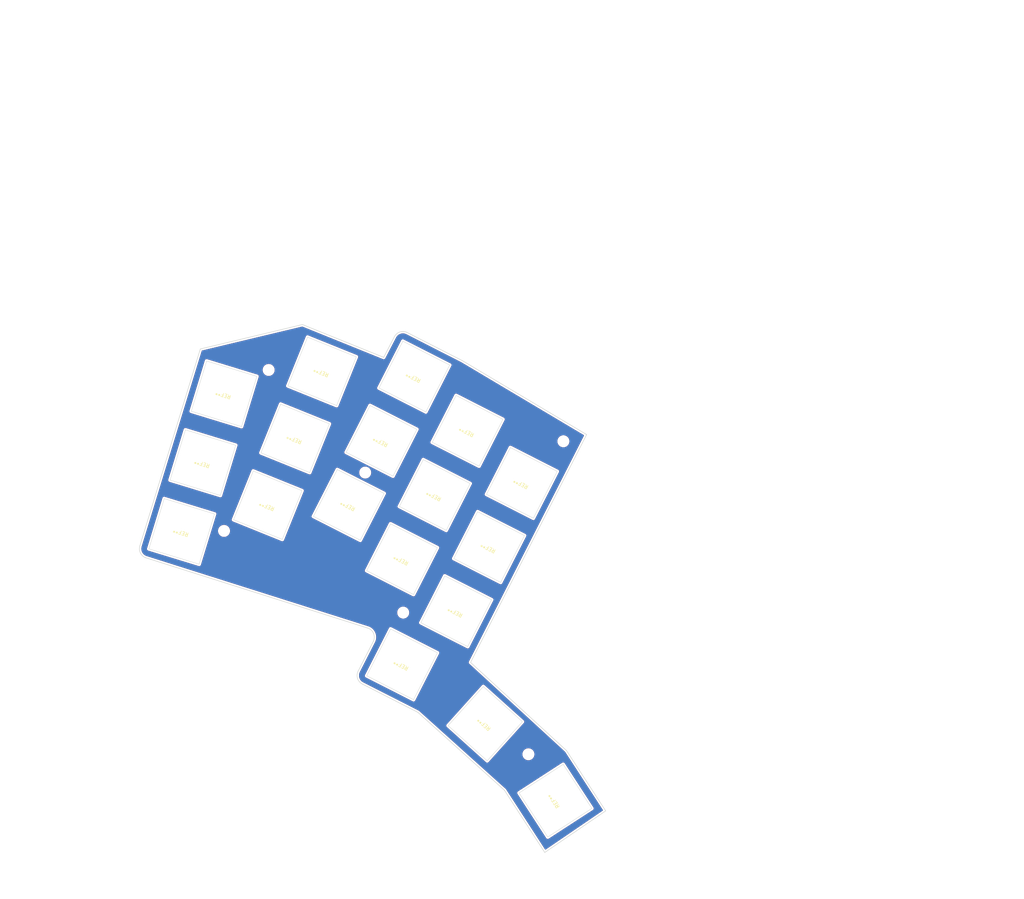
<source format=kicad_pcb>
(kicad_pcb (version 20211014) (generator pcbnew)
  (title_block (date "2022-03-19") (rev "1.7"))
  (layers (0 "F.Cu" signal) (31 "B.Cu" signal) (34 "B.Paste" user) (35 "F.Paste" user) (36 "B.SilkS" user "B.Silkscreen") (37 "F.SilkS" user "F.Silkscreen") (38 "B.Mask" user) (39 "F.Mask" user) (44 "Edge.Cuts" user))
  (net 0 "")
  (footprint "Library:switchole" (layer "F.Cu") (at 125.4664 42.6348 153)
    (fp_text reference "REF**" (at 0 -0.5 153 unlocked) (layer "F.SilkS"))
    (fp_text value "switchole")
    (fp_rect (start -7.142 -7.142) (end 6.858 6.858) (layer "Edge.Cuts") (width 0.1) (fill none))
  )
  (footprint "Library:switchole" (layer "F.Cu") (at 63.501656 83.897589 163)
    (fp_text reference "REF**" (at 0 -0.5 163 unlocked) (layer "F.SilkS"))
    (fp_text value "switchole")
    (fp_rect (start -7.142 -7.142) (end 6.858 6.858) (layer "Edge.Cuts") (width 0.1) (fill none))
  )
  (footprint "Library:switchole" (layer "F.Cu") (at 154.0922 70.9558 153)
    (fp_text reference "REF**" (at 0 -0.5 153 unlocked) (layer "F.SilkS"))
    (fp_text value "switchole")
    (fp_rect (start -7.142 -7.142) (end 6.858 6.858) (layer "Edge.Cuts") (width 0.1) (fill none))
  )
  (footprint "" (layer "F.Cu") (at 112.45204 68.402353 180)
    (fp_text reference "" (at 0 0) (layer "F.SilkS") (effects (font (size 1.27 1.27))))
    (fp_text value "" (at 0 0) (layer "F.SilkS") (effects (font (size 1.27 1.27))))
    (pad "" np_thru_hole circle (at 0 0 90) (size 2.2 2.2) (drill 2.2) (layers F&B.Cu *.Mask))
  )
  (footprint "Library:switchole" (layer "F.Cu") (at 122.201056 119.279789 153)
    (fp_text reference "REF**" (at 0 -0.5 153 unlocked) (layer "F.SilkS"))
    (fp_text value "switchole")
    (fp_rect (start -7.142 -7.142) (end 6.858 6.858) (layer "Edge.Cuts") (width 0.1) (fill none))
  )
  (footprint "Library:switchole" (layer "F.Cu") (at 108.0166 76.8232 153)
    (fp_text reference "REF**" (at 0 -0.5 153 unlocked) (layer "F.SilkS"))
    (fp_text value "switchole")
    (fp_rect (start -7.142 -7.142) (end 6.858 6.858) (layer "Edge.Cuts") (width 0.1) (fill none))
  )
  (footprint "Library:switchole" (layer "F.Cu") (at 116.7288 59.7544 153)
    (fp_text reference "REF**" (at 0 -0.5 153 unlocked) (layer "F.SilkS"))
    (fp_text value "switchole")
    (fp_rect (start -7.142 -7.142) (end 6.858 6.858) (layer "Edge.Cuts") (width 0.1) (fill none))
  )
  (footprint "Library:switchole" (layer "F.Cu") (at 69.147778 65.584677 163)
    (fp_text reference "REF**" (at 0 -0.5 163 unlocked) (layer "F.SilkS"))
    (fp_text value "switchole")
    (fp_rect (start -7.142 -7.142) (end 6.858 6.858) (layer "Edge.Cuts") (width 0.1) (fill none))
  )
  (footprint "Library:switchole" (layer "F.Cu") (at 122.1898 91.2758 153)
    (fp_text reference "REF**" (at 0 -0.5 153 unlocked) (layer "F.SilkS"))
    (fp_text value "switchole")
    (fp_rect (start -7.142 -7.142) (end 6.858 6.858) (layer "Edge.Cuts") (width 0.1) (fill none))
  )
  (footprint "Library:switchole" (layer "F.Cu") (at 130.902 74.1816 153)
    (fp_text reference "REF**" (at 0 -0.5 153 unlocked) (layer "F.SilkS"))
    (fp_text value "switchole")
    (fp_rect (start -7.142 -7.142) (end 6.858 6.858) (layer "Edge.Cuts") (width 0.1) (fill none))
  )
  (footprint "Library:switchole" (layer "F.Cu") (at 100.896991 41.259272 158)
    (fp_text reference "REF**" (at 0 -0.5 158 unlocked) (layer "F.SilkS"))
    (fp_text value "switchole")
    (fp_rect (start -7.142 -7.142) (end 6.858 6.858) (layer "Edge.Cuts") (width 0.1) (fill none))
  )
  (footprint "Library:switchole" (layer "F.Cu") (at 74.786578 47.245877 163)
    (fp_text reference "REF**" (at 0 -0.5 163 unlocked) (layer "F.SilkS"))
    (fp_text value "switchole")
    (fp_rect (start -7.142 -7.142) (end 6.858 6.858) (layer "Edge.Cuts") (width 0.1) (fill none))
  )
  (footprint "" (layer "F.Cu") (at 74.86724 83.939153 180)
    (fp_text reference "" (at 0 0) (layer "F.SilkS") (effects (font (size 1.27 1.27))))
    (fp_text value "" (at 0 0) (layer "F.SilkS") (effects (font (size 1.27 1.27))))
    (pad "" np_thru_hole circle (at 0 0 90) (size 2.2 2.2) (drill 2.2) (layers F&B.Cu *.Mask))
  )
  (footprint "Library:switchole" (layer "F.Cu") (at 139.6396 57.0874 153)
    (fp_text reference "REF**" (at 0 -0.5 153 unlocked) (layer "F.SilkS"))
    (fp_text value "switchole")
    (fp_rect (start -7.142 -7.142) (end 6.858 6.858) (layer "Edge.Cuts") (width 0.1) (fill none))
  )
  (footprint "" (layer "F.Cu") (at 155.89724 143.431953 180)
    (fp_text reference "" (at 0 0) (layer "F.SilkS") (effects (font (size 1.27 1.27))))
    (fp_text value "" (at 0 0) (layer "F.SilkS") (effects (font (size 1.27 1.27))))
    (pad "" np_thru_hole circle (at 0 0 90) (size 2.2 2.2) (drill 2.2) (layers F&B.Cu *.Mask))
  )
  (footprint "Library:switchole" (layer "F.Cu") (at 86.43559 76.905535 158)
    (fp_text reference "REF**" (at 0 -0.5 158 unlocked) (layer "F.SilkS"))
    (fp_text value "switchole")
    (fp_rect (start -7.142 -7.142) (end 6.858 6.858) (layer "Edge.Cuts") (width 0.1) (fill none))
  )
  (footprint "" (layer "F.Cu") (at 122.56724 105.701953 180)
    (fp_text reference "" (at 0 0) (layer "F.SilkS") (effects (font (size 1.27 1.27))))
    (fp_text value "" (at 0 0) (layer "F.SilkS") (effects (font (size 1.27 1.27))))
    (pad "" np_thru_hole circle (at 0 0 90) (size 2.2 2.2) (drill 2.2) (layers F&B.Cu *.Mask))
  )
  (footprint "Library:switchole" (layer "F.Cu") (at 93.72539 59.100135 158)
    (fp_text reference "REF**" (at 0 -0.5 158 unlocked) (layer "F.SilkS"))
    (fp_text value "switchole")
    (fp_rect (start -7.142 -7.142) (end 6.858 6.858) (layer "Edge.Cuts") (width 0.1) (fill none))
  )
  (footprint "Library:switchole" (layer "F.Cu") (at 145.38 88.05 153)
    (fp_text reference "REF**" (at 0 -0.5 153 unlocked) (layer "F.SilkS"))
    (fp_text value "switchole")
    (fp_rect (start -7.142 -7.142) (end 6.858 6.858) (layer "Edge.Cuts") (width 0.1) (fill none))
  )
  (footprint "Library:switchole" (layer "F.Cu") (at 163.138993 155.598123 123)
    (fp_text reference "REF**" (at 0 -0.5 123 unlocked) (layer "F.SilkS"))
    (fp_text value "switchole")
    (fp_rect (start -7.142 -7.142) (end 6.858 6.858) (layer "Edge.Cuts") (width 0.1) (fill none))
  )
  (footprint "" (layer "F.Cu") (at 86.74724 41.071953 180)
    (fp_text reference "" (at 0 0) (layer "F.SilkS") (effects (font (size 1.27 1.27))))
    (fp_text value "" (at 0 0) (layer "F.SilkS") (effects (font (size 1.27 1.27))))
    (pad "" np_thru_hole circle (at 0 0 90) (size 2.2 2.2) (drill 2.2) (layers F&B.Cu *.Mask))
  )
  (footprint "Library:switchole" (layer "F.Cu") (at 144.39673 135.08141 138)
    (fp_text reference "REF**" (at 0 -0.5 138 unlocked) (layer "F.SilkS"))
    (fp_text value "switchole")
    (fp_rect (start -7.142 -7.142) (end 6.858 6.858) (layer "Edge.Cuts") (width 0.1) (fill none))
  )
  (footprint "Library:switchole" (layer "F.Cu") (at 136.617 105.1442 153)
    (fp_text reference "REF**" (at 0 -0.5 153 unlocked) (layer "F.SilkS"))
    (fp_text value "switchole")
    (fp_rect (start -7.142 -7.142) (end 6.858 6.858) (layer "Edge.Cuts") (width 0.1) (fill none))
  )
  (footprint "" (layer "F.Cu") (at 165.20784 60.071153 180)
    (fp_text reference "" (at 0 0) (layer "F.SilkS") (effects (font (size 1.27 1.27))))
    (fp_text value "" (at 0 0) (layer "F.SilkS") (effects (font (size 1.27 1.27))))
    (pad "" np_thru_hole circle (at 0 0 90) (size 2.2 2.2) (drill 2.2) (layers F&B.Cu *.Mask))
  )
  (gr_line (start 95.73884 28.981553) (end 68.56084 35.483953) (layer "Edge.Cuts") (width 0.15))
  (gr_line (start 126.46444 132.261953) (end 149.55724 153.061953) (layer "Edge.Cuts") (width 0.15))
  (gr_arc (start 54.08284 91.109953) (mid 52.614656 89.828465) (end 52.48264 87.884153) (layer "Edge.Cuts") (width 0.15))
  (gr_line (start 149.55724 153.081953) (end 160.24644 169.589153) (layer "Edge.Cuts") (width 0.15))
  (gr_arc (start 120.173641 32.308953) (mid 121.60497 30.986992) (end 123.55184 31.064354) (layer "Edge.Cuts") (width 0.15))
  (gr_line (start 68.56084 35.483953) (end 52.48264 87.884153) (layer "Edge.Cuts") (width 0.15))
  (gr_line (start 111.66464 124.714152) (end 126.46444 132.261953) (layer "Edge.Cuts") (width 0.15))
  (gr_line (start 149.55724 153.061953) (end 149.55724 153.081953) (layer "Edge.Cuts") (width 0.15))
  (gr_line (start 160.24644 169.589153) (end 176.46724 158.511953) (layer "Edge.Cuts") (width 0.15))
  (gr_line (start 166.03724 142.441953) (end 140.503782 118.963611) (layer "Edge.Cuts") (width 0.15))
  (gr_line (start 54.08284 91.109953) (end 113.080468 109.805725) (layer "Edge.Cuts") (width 0.15))
  (gr_line (start 95.73884 28.981553) (end 117.36524 37.718953) (layer "Edge.Cuts") (width 0.15))
  (gr_arc (start 111.66464 124.714152) (mid 110.406592 123.220247) (end 110.577867 121.274713) (layer "Edge.Cuts") (width 0.15))
  (gr_line (start 114.620247 113.352389) (end 110.577867 121.274713) (layer "Edge.Cuts") (width 0.15))
  (gr_line (start 123.55184 31.064354) (end 138.33464 38.608153) (layer "Edge.Cuts") (width 0.15))
  (gr_line (start 117.36524 37.718953) (end 120.173641 32.308953) (layer "Edge.Cuts") (width 0.15))
  (gr_line (start 171.390182 58.283011) (end 138.33464 38.608153) (layer "Edge.Cuts") (width 0.15))
  (gr_line (start 176.46724 158.511953) (end 166.03724 142.441953) (layer "Edge.Cuts") (width 0.15))
  (gr_line (start 140.503782 118.963611) (end 171.390182 58.283011) (layer "Edge.Cuts") (width 0.15))
  (gr_arc (start 113.080468 109.805725) (mid 114.661839 111.226754) (end 114.620247 113.352389) (layer "Edge.Cuts") (width 0.15))
  (zone (net 0) (net_name "") (layers F&B.Cu) (connect_pads (clearance 0.508)) (min_thickness 0.254) (fill yes (thermal_gap 0.508) (thermal_bridge_width 0.508))
    (polygon (pts (xy 287.830336 171.052073) (xy 15.229725 182.026912) (xy 86.519765 -57.468283)))
  )
)
</source>
